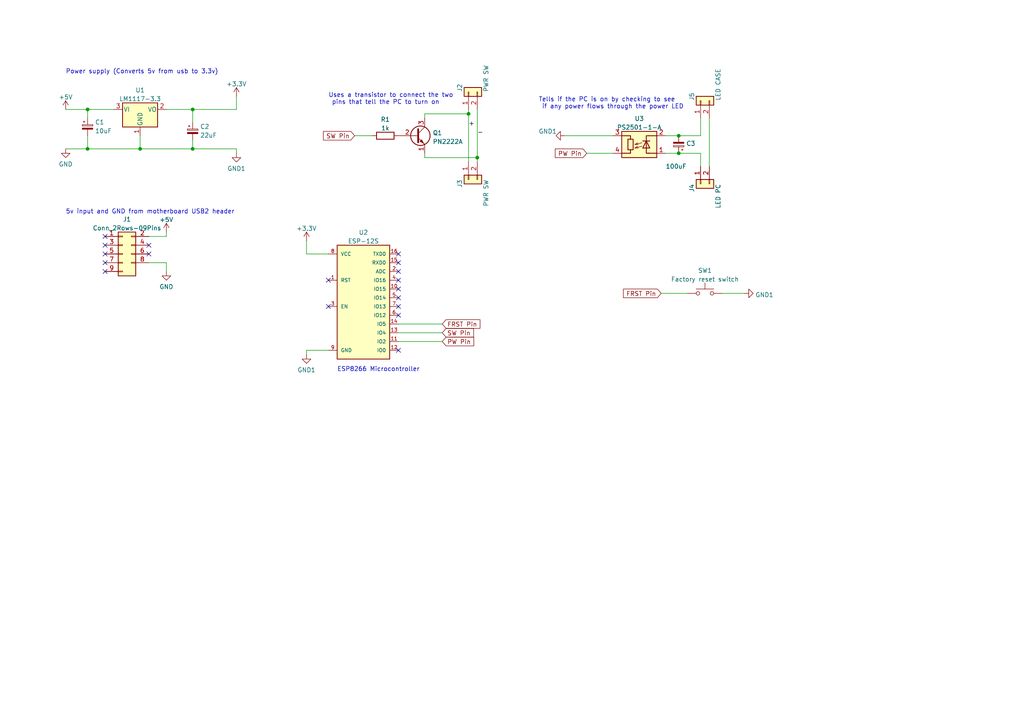
<source format=kicad_sch>
(kicad_sch (version 20211123) (generator eeschema)
  (paper "A4")
  (lib_symbols
    (symbol "Conn_01x02_1" (pin_names (offset 1.016) hide)
      (property "Reference" "J" (at 0 2.54 0))
      (property "Value" "Conn_01x02_1" (at 0 -5.08 0))
      (symbol "Conn_01x02_1_1_1"
        (rectangle (start -1.27 -2.413) (end 0 -2.667) (stroke (width 0.1524)))
        (rectangle (start -1.27 0.127) (end 0 -0.127) (stroke (width 0.1524)))
        (rectangle (start -1.27 1.27) (end 1.27 -3.81) (stroke (width 0.254)) (fill (type background)))
        (pin passive line (at -5.08 0 0) (length 3.81) (name "Pin_1") (number "1"))
        (pin passive line (at -5.08 -2.54 0) (length 3.81) (name "Pin_2") (number "2"))
      )
    )
    (symbol "Connector_Generic:Conn_2Rows-09Pins" (pin_names (offset 1.016) hide)
      (property "Reference" "J1" (at 1.27 10.0498 0))
      (property "Value" "Conn_2Rows-09Pins" (at 1.27 7.5129 0))
      (symbol "Conn_2Rows-09Pins_1_1"
        (rectangle (start -1.27 -4.953) (end 0 -5.207) (stroke (width 0.1524)))
        (rectangle (start -1.27 -2.413) (end 0 -2.667) (stroke (width 0.1524)))
        (rectangle (start -1.27 0.127) (end 0 -0.127) (stroke (width 0.1524)))
        (rectangle (start -1.27 2.667) (end 0 2.413) (stroke (width 0.1524)))
        (rectangle (start -1.27 5.207) (end 0 4.953) (stroke (width 0.1524)))
        (rectangle (start -1.27 6.35) (end 3.81 -6.35) (stroke (width 0.254)) (fill (type background)))
        (rectangle (start 3.81 -2.413) (end 2.54 -2.667) (stroke (width 0.1524)))
        (rectangle (start 3.81 0.127) (end 2.54 -0.127) (stroke (width 0.1524)))
        (rectangle (start 3.81 2.667) (end 2.54 2.413) (stroke (width 0.1524)))
        (rectangle (start 3.81 5.207) (end 2.54 4.953) (stroke (width 0.1524)))
        (pin passive line (at -5.08 5.08 0) (length 3.81) (name "Pin_1") (number "1"))
        (pin power_out line (at 7.62 5.08 180) (length 3.81) (name "Pin_2") (number "2"))
        (pin passive line (at -5.08 2.54 0) (length 3.81) (name "Pin_3") (number "3"))
        (pin passive line (at 7.62 2.54 180) (length 3.81) (name "Pin_4") (number "4"))
        (pin passive line (at -5.08 0 0) (length 3.81) (name "Pin_5") (number "5"))
        (pin passive line (at 7.62 0 180) (length 3.81) (name "Pin_6") (number "6"))
        (pin passive line (at -5.08 -2.54 0) (length 3.81) (name "Pin_7") (number "7"))
        (pin power_in line (at 7.62 -2.54 180) (length 3.81) (name "Pin_8") (number "8"))
        (pin passive line (at -5.08 -5.08 0) (length 3.81) (name "Pin_9") (number "9"))
      )
    )
    (symbol "Device:C_Polarized_Small" (pin_numbers hide) (pin_names (offset 0.254) hide)
      (property "Reference" "C" (at 0.254 1.778 0))
      (property "Value" "C_Polarized_Small" (at 0.254 -2.032 0))
      (symbol "C_Polarized_Small_0_1"
        (rectangle (start -1.524 -0.3048) (end 1.524 -0.6858) (fill (type outline)))
        (rectangle (start -1.524 0.6858) (end 1.524 0.3048))
        (polyline (pts (xy -1.27 1.524) (xy -0.762 1.524)))
        (polyline (pts (xy -1.016 1.27) (xy -1.016 1.778)))
      )
      (symbol "C_Polarized_Small_1_1"
        (pin passive line (at 0 2.54 270) (length 1.8542) (name "~") (number "1"))
        (pin passive line (at 0 -2.54 90) (length 1.8542) (name "~") (number "2"))
      )
    )
    (symbol "Device:R" (pin_numbers hide) (pin_names (offset 0))
      (property "Reference" "R" (at 2.032 0 90))
      (property "Value" "R" (at 0 0 90))
      (symbol "R_0_1"
        (rectangle (start -1.016 -2.54) (end 1.016 2.54) (stroke (width 0.254)))
      )
      (symbol "R_1_1"
        (pin passive line (at 0 3.81 270) (length 1.27) (name "~") (number "1"))
        (pin passive line (at 0 -3.81 90) (length 1.27) (name "~") (number "2"))
      )
    )
    (symbol "ESP-12S:ESP-12S" (pin_names (offset 1.016))
      (property "Reference" "U2" (at 0 21.4798 0))
      (property "Value" "ESP-12S" (at 0 18.9429 0))
      (symbol "ESP-12S_0_0"
        (rectangle (start -7.62 -15.24) (end 7.62 17.78) (stroke (width 0.254)) (fill (type background)))
        (pin bidirectional line (at -10.16 7.62 0) (length 2.54) (name "RST") (number "1"))
        (pin bidirectional line (at 10.16 5.08 180) (length 2.54) (name "IO15") (number "10"))
        (pin bidirectional line (at 10.16 -10.16 180) (length 2.54) (name "IO2") (number "11"))
        (pin bidirectional line (at 10.16 -12.7 180) (length 2.54) (name "IO0") (number "12"))
        (pin bidirectional line (at 10.16 -7.62 180) (length 2.54) (name "IO4") (number "13"))
        (pin bidirectional line (at 10.16 -5.08 180) (length 2.54) (name "IO5") (number "14"))
        (pin bidirectional line (at 10.16 12.7 180) (length 2.54) (name "RXD0") (number "15"))
        (pin bidirectional line (at 10.16 15.24 180) (length 2.54) (name "TXD0") (number "16"))
        (pin bidirectional line (at 10.16 10.16 180) (length 2.54) (name "ADC") (number "2"))
        (pin bidirectional line (at -10.16 0 0) (length 2.54) (name "EN") (number "3"))
        (pin bidirectional line (at 10.16 7.62 180) (length 2.54) (name "IO16") (number "4"))
        (pin bidirectional line (at 10.16 2.54 180) (length 2.54) (name "IO14") (number "5"))
        (pin bidirectional line (at 10.16 -2.54 180) (length 2.54) (name "IO12") (number "6"))
        (pin bidirectional line (at 10.16 0 180) (length 2.54) (name "IO13") (number "7"))
        (pin bidirectional line (at -10.16 15.24 0) (length 2.54) (name "VCC") (number "8"))
        (pin bidirectional line (at -10.16 -12.7 0) (length 2.54) (name "GND") (number "9"))
      )
    )
    (symbol "Isolator:NSL-32" (pin_names (offset 0.762) hide)
      (property "Reference" "U" (at 0 5.08 0))
      (property "Value" "NSL-32" (at 0 -5.08 0))
      (symbol "NSL-32_0_1"
        (rectangle (start -5.08 3.81) (end 5.08 -3.81) (stroke (width 0.254)) (fill (type background)))
        (polyline (pts (xy -5.08 2.54) (xy -2.54 2.54)) (stroke (width 0.254)))
        (polyline (pts (xy -2.794 -2.54) (xy -5.08 -2.54)) (stroke (width 0.254)))
        (polyline (pts (xy -1.016 -1.016) (xy -3.048 -1.016) (xy -3.048 -1.016)) (stroke (width 0.254)))
        (polyline (pts (xy -0.762 -0.508) (xy 1.27 0) (xy 1.27 0)))
        (polyline (pts (xy -0.762 0.508) (xy 1.27 1.016) (xy 1.27 1.016)))
        (polyline (pts (xy 2.54 -1.524) (xy 2.54 -2.54) (xy 5.08 -2.54)) (stroke (width 0.254)))
        (polyline (pts (xy 2.54 1.524) (xy 2.54 2.54) (xy 5.08 2.54)) (stroke (width 0.254)))
        (polyline (pts (xy -2.794 -2.54) (xy -2.032 -2.54) (xy -2.032 2.54) (xy -2.794 2.54)) (stroke (width 0.254)))
        (polyline (pts (xy 0.254 0) (xy 1.27 0) (xy 0.508 -0.508) (xy 0.508 -0.508)))
        (polyline (pts (xy 0.254 1.016) (xy 1.27 1.016) (xy 0.508 0.508) (xy 0.508 0.508)))
        (polyline (pts (xy -1.016 1.016) (xy -3.048 1.016) (xy -2.032 -1.016) (xy -1.016 1.016) (xy -1.016 1.016) (xy -1.016 1.016)) (stroke (width 0.254)))
        (rectangle (start 1.778 1.524) (end 3.302 -1.524) (stroke (width 0.254)))
      )
      (symbol "NSL-32_1_1"
        (pin passive line (at -7.62 2.54 0) (length 2.54) (name "A") (number "1"))
        (pin passive line (at -7.62 -2.54 0) (length 2.54) (name "K") (number "2"))
        (pin passive line (at 7.62 -2.54 180) (length 2.54) (name "R") (number "3"))
        (pin passive line (at 7.62 2.54 180) (length 2.54) (name "R") (number "4"))
      )
    )
    (symbol "Regulator_Linear:LM1117-3.3" (pin_names (offset 0.254))
      (property "Reference" "U" (at -3.81 3.175 0))
      (property "Value" "LM1117-3.3" (at 0 3.175 0))
      (symbol "LM1117-3.3_0_1"
        (rectangle (start -5.08 -5.08) (end 5.08 1.905) (stroke (width 0.254)) (fill (type background)))
      )
      (symbol "LM1117-3.3_1_1"
        (pin power_in line (at 0 -7.62 90) (length 2.54) (name "GND") (number "1"))
        (pin power_out line (at 7.62 0 180) (length 2.54) (name "VO") (number "2"))
        (pin power_in line (at -7.62 0 0) (length 2.54) (name "VI") (number "3"))
      )
    )
    (symbol "Switch:SW_Push" (pin_numbers hide) (pin_names (offset 1.016) hide)
      (property "Reference" "SW" (at 1.27 2.54 0))
      (property "Value" "SW_Push" (at 0 -1.524 0))
      (symbol "SW_Push_0_1"
        (circle (center -2.032 0) (radius 0.508))
        (polyline (pts (xy 0 1.27) (xy 0 3.048)))
        (polyline (pts (xy 2.54 1.27) (xy -2.54 1.27)))
        (circle (center 2.032 0) (radius 0.508))
        (pin passive line (at -5.08 0 0) (length 2.54) (name "1") (number "1"))
        (pin passive line (at 5.08 0 180) (length 2.54) (name "2") (number "2"))
      )
    )
    (symbol "Transistor_BJT:PN2222A" (pin_names (offset 0) hide)
      (property "Reference" "Q" (at 5.08 1.905 0))
      (property "Value" "PN2222A" (at 5.08 0 0))
      (symbol "PN2222A_0_1"
        (polyline (pts (xy 0 0) (xy 0.635 0)))
        (polyline (pts (xy 2.54 -2.54) (xy 0.635 -0.635)))
        (polyline (pts (xy 2.54 2.54) (xy 0.635 0.635)))
        (polyline (pts (xy 0.635 1.905) (xy 0.635 -1.905) (xy 0.635 -1.905)) (stroke (width 0.508)))
        (polyline (pts (xy 2.413 -2.413) (xy 1.905 -1.905) (xy 1.905 -1.905)))
        (polyline (pts (xy 1.143 -1.651) (xy 1.651 -1.143) (xy 2.159 -2.159) (xy 1.143 -1.651) (xy 1.143 -1.651)) (fill (type outline)))
        (circle (center 1.27 0) (radius 2.8194) (stroke (width 0.254)))
      )
      (symbol "PN2222A_1_1"
        (pin passive line (at 2.54 -5.08 90) (length 2.54) (name "E") (number "1"))
        (pin input line (at -5.08 0 0) (length 5.08) (name "B") (number "2"))
        (pin passive line (at 2.54 5.08 270) (length 2.54) (name "C") (number "3"))
      )
    )
    (symbol "power:+3.3V" (power) (pin_names (offset 0))
      (property "Value" "+3.3V" (at 0 3.556 0))
      (symbol "+3.3V_0_1"
        (polyline (pts (xy -0.762 1.27) (xy 0 2.54)))
        (polyline (pts (xy 0 0) (xy 0 2.54)))
        (polyline (pts (xy 0 2.54) (xy 0.762 1.27)))
      )
      (symbol "+3.3V_1_1"
        (pin power_in line (at 0 0 90) (length 0) hide (name "+3.3V") (number "1"))
      )
    )
    (symbol "power:+5V" (power) (pin_names (offset 0))
      (property "Value" "+5V" (at 0 3.556 0))
      (symbol "+5V_0_1"
        (polyline (pts (xy -0.762 1.27) (xy 0 2.54)))
        (polyline (pts (xy 0 0) (xy 0 2.54)))
        (polyline (pts (xy 0 2.54) (xy 0.762 1.27)))
      )
      (symbol "+5V_1_1"
        (pin power_in line (at 0 0 90) (length 0) hide (name "+5V") (number "1"))
      )
    )
    (symbol "power:GND" (power) (pin_names (offset 0))
      (property "Value" "GND" (at 0 -3.81 0))
      (symbol "GND_0_1"
        (polyline (pts (xy 0 0) (xy 0 -1.27) (xy 1.27 -1.27) (xy 0 -2.54) (xy -1.27 -1.27) (xy 0 -1.27)))
      )
      (symbol "GND_1_1"
        (pin power_in line (at 0 0 270) (length 0) hide (name "GND") (number "1"))
      )
    )
    (symbol "power:GND1" (power) (pin_names (offset 0))
      (property "Value" "GND1" (at 0 -3.81 0))
      (symbol "GND1_0_1"
        (polyline (pts (xy 0 0) (xy 0 -1.27) (xy 1.27 -1.27) (xy 0 -2.54) (xy -1.27 -1.27) (xy 0 -1.27)))
      )
      (symbol "GND1_1_1"
        (pin power_in line (at 0 0 270) (length 0) hide (name "GND1") (number "1"))
      )
    )
  )
  (junction (at 40.64 43.18))
  (junction (at 25.4 43.18))
  (junction (at 25.4 31.75))
  (junction (at 135.89 33.02))
  (junction (at 196.85 39.37))
  (junction (at 55.88 43.18))
  (junction (at 196.85 44.45))
  (junction (at 138.43 45.72))
  (junction (at 55.88 31.75))
  (no_connect (at 115.57 91.44))
  (no_connect (at 115.57 101.6))
  (no_connect (at 95.25 88.9))
  (no_connect (at 95.25 81.28))
  (no_connect (at 115.57 88.9))
  (no_connect (at 115.57 86.36))
  (no_connect (at 115.57 78.74))
  (no_connect (at 115.57 81.28))
  (no_connect (at 115.57 76.2))
  (no_connect (at 115.57 73.66))
  (no_connect (at 115.57 83.82))
  (no_connect (at 43.18 71.12))
  (no_connect (at 30.48 78.74))
  (no_connect (at 30.48 76.2))
  (no_connect (at 43.18 73.66))
  (no_connect (at 30.48 73.66))
  (no_connect (at 30.48 71.12))
  (no_connect (at 30.48 68.58))
  (wire (pts (xy 19.05 43.18) (xy 25.4 43.18)))
  (wire (pts (xy 55.88 31.75) (xy 68.58 31.75)))
  (wire (pts (xy 163.83 39.37) (xy 177.8 39.37)))
  (wire (pts (xy 95.25 101.6) (xy 88.9 101.6)))
  (wire (pts (xy 25.4 31.75) (xy 25.4 34.29)))
  (wire (pts (xy 88.9 101.6) (xy 88.9 102.87)))
  (wire (pts (xy 25.4 31.75) (xy 33.02 31.75)))
  (wire (pts (xy 138.43 45.72) (xy 123.19 45.72)))
  (wire (pts (xy 55.88 40.64) (xy 55.88 43.18)))
  (wire (pts (xy 135.89 31.75) (xy 135.89 33.02)))
  (wire (pts (xy 209.55 85.09) (xy 215.9 85.09)))
  (wire (pts (xy 135.89 33.02) (xy 135.89 46.99)))
  (wire (pts (xy 115.57 96.52) (xy 128.27 96.52)))
  (wire (pts (xy 43.18 76.2) (xy 48.26 76.2)))
  (wire (pts (xy 43.18 68.58) (xy 48.26 68.58)))
  (wire (pts (xy 68.58 43.18) (xy 68.58 44.45)))
  (wire (pts (xy 55.88 43.18) (xy 68.58 43.18)))
  (wire (pts (xy 193.04 44.45) (xy 196.85 44.45)))
  (wire (pts (xy 95.25 73.66) (xy 88.9 73.66)))
  (wire (pts (xy 25.4 39.37) (xy 25.4 43.18)))
  (wire (pts (xy 203.2 44.45) (xy 203.2 48.26)))
  (wire (pts (xy 68.58 31.75) (xy 68.58 27.94)))
  (wire (pts (xy 196.85 39.37) (xy 203.2 39.37)))
  (wire (pts (xy 191.77 85.09) (xy 199.39 85.09)))
  (wire (pts (xy 48.26 31.75) (xy 55.88 31.75)))
  (wire (pts (xy 138.43 31.75) (xy 138.43 45.72)))
  (wire (pts (xy 203.2 34.29) (xy 203.2 39.37)))
  (wire (pts (xy 123.19 45.72) (xy 123.19 44.45)))
  (wire (pts (xy 193.04 39.37) (xy 196.85 39.37)))
  (wire (pts (xy 170.18 44.45) (xy 177.8 44.45)))
  (wire (pts (xy 48.26 76.2) (xy 48.26 78.74)))
  (wire (pts (xy 25.4 43.18) (xy 40.64 43.18)))
  (wire (pts (xy 88.9 73.66) (xy 88.9 69.85)))
  (wire (pts (xy 115.57 93.98) (xy 128.27 93.98)))
  (wire (pts (xy 115.57 99.06) (xy 128.27 99.06)))
  (wire (pts (xy 205.74 34.29) (xy 205.74 48.26)))
  (wire (pts (xy 55.88 31.75) (xy 55.88 35.56)))
  (wire (pts (xy 19.05 31.75) (xy 25.4 31.75)))
  (wire (pts (xy 102.87 39.37) (xy 107.95 39.37)))
  (wire (pts (xy 55.88 43.18) (xy 40.64 43.18)))
  (wire (pts (xy 138.43 45.72) (xy 138.43 46.99)))
  (wire (pts (xy 48.26 68.58) (xy 48.26 67.31)))
  (wire (pts (xy 123.19 34.29) (xy 123.19 33.02)))
  (wire (pts (xy 123.19 33.02) (xy 135.89 33.02)))
  (wire (pts (xy 196.85 44.45) (xy 203.2 44.45)))
  (wire (pts (xy 40.64 39.37) (xy 40.64 43.18)))
  (text "5v input and GND from motherboard USB2 header" (at 19.05 62.23 0) (effects (font (size 1.27 1.27)) (justify left bottom)))
  (text "ESP8266 Microcontroller" (at 97.79 107.95 0) (effects (font (size 1.27 1.27)) (justify left bottom)))
  (text "Uses a transistor to connect the two\n pins that tell the PC to turn on" (at 95.25 30.48 0) (effects (font (size 1.27 1.27)) (justify left bottom)))
  (text "Power supply (Converts 5v from usb to 3.3v)" (at 19.05 21.59 0) (effects (font (size 1.27 1.27)) (justify left bottom)))
  (text "Tells if the PC is on by checking to see\n if any power flows through the power LED" (at 156.21 31.75 0) (effects (font (size 1.27 1.27)) (justify left bottom)))
  (label "-" (at 138.43 39.37 0))
  (label "+" (at 135.89 36.83 0))
  (global_label "FRST Pin" (shape input) (at 191.77 85.09 180) (property "Intersheet References" "${INTERSHEET_REFS}" (effects hide)))
  (global_label "PW Pin" (shape input) (at 128.27 99.06 0) (property "Intersheet References" "${INTERSHEET_REFS}" (effects hide)))
  (global_label "PW Pin" (shape input) (at 170.18 44.45 180) (property "Intersheet References" "${INTERSHEET_REFS}" (effects hide)))
  (global_label "SW Pin" (shape input) (at 102.87 39.37 180) (property "Intersheet References" "${INTERSHEET_REFS}" (effects hide)))
  (global_label "SW Pin" (shape input) (at 128.27 96.52 0) (property "Intersheet References" "${INTERSHEET_REFS}" (effects hide)))
  (global_label "FRST Pin" (shape input) (at 128.27 93.98 0) (property "Intersheet References" "${INTERSHEET_REFS}" (effects hide)))
  (symbol (lib_id "ESP-12S:ESP-12S") (at 105.41 88.9 0) (unit 1)
    (property "Reference" "U2" (at 105.41 67.4202 0))
    (property "Value" "ESP-12S" (at 105.41 69.9571 0))
    (property "Footprint" "ESP-12S:ESP-12S" (effects hide))
    (property "PROD_ID" "IC-14115" (effects hide))
  )
  (symbol (lib_id "power:GND1") (at 163.83 39.37 270) (unit 1)
    (property "Reference" "#PWR0109" (effects hide))
    (property "Value" "GND1" (at 156.21 38.1 90) (effects (justify left)))
  )
  (symbol (lib_id "Transistor_BJT:PN2222A") (at 120.65 39.37 0) (unit 1)
    (property "Reference" "Q1" (at 125.5014 38.5353 0) (effects (justify left)))
    (property "Value" "PN2222A" (at 125.5014 41.0722 0) (effects (justify left)))
    (property "Footprint" "Package_TO_SOT_THT:TO-92_Inline" (effects hide))
    (property "Datasheet" "https://www.onsemi.com/pub/Collateral/PN2222-D.PDF" (effects hide))
  )
  (symbol (lib_id "Device:R") (at 111.76 39.37 90) (unit 1)
    (property "Reference" "R1" (at 111.76 34.6542 90))
    (property "Value" "1k" (at 111.76 37.1911 90))
    (property "Footprint" "Resistor_THT:R_Axial_DIN0207_L6.3mm_D2.5mm_P10.16mm_Horizontal" (effects hide))
  )
  (symbol (lib_id "power:+3.3V") (at 68.58 27.94 0) (unit 1)
    (property "Reference" "#PWR0101" (effects hide))
    (property "Value" "+3.3V" (at 68.58 24.3642 0))
  )
  (symbol (lib_name "Conn_01x02_1") (lib_id "Connector_Generic:Conn_01x02") (at 135.89 26.67 90) (unit 1)
    (property "Reference" "J2" (at 133.35 26.67 0) (effects (justify left)))
    (property "Value" "PWR SW" (at 140.97 26.67 0) (effects (justify left)))
    (property "Footprint" "Connector_PinHeader_2.54mm:PinHeader_1x02_P2.54mm_Horizontal" (effects hide))
  )
  (symbol (lib_id "power:GND1") (at 68.58 44.45 0) (unit 1)
    (property "Reference" "#PWR0104" (effects hide))
    (property "Value" "GND1" (at 68.58 48.8934 0))
  )
  (symbol (lib_id "Connector_Generic:Conn_2Rows-09Pins") (at 35.56 73.66 0) (unit 1)
    (property "Reference" "J1" (at 36.83 63.6102 0))
    (property "Value" "Conn_2Rows-09Pins" (at 36.83 66.1471 0))
    (property "Footprint" "Connector_PinSocket_2.54mm:PinSocket_2x05_P2.54mm_Horizontal" (effects hide))
  )
  (symbol (lib_name "Conn_01x02_1") (lib_id "Connector_Generic:Conn_01x02") (at 203.2 29.21 90) (unit 1)
    (property "Reference" "J5" (at 200.66 29.21 0) (effects (justify left)))
    (property "Value" "LED CASE" (at 208.28 29.21 0) (effects (justify left)))
    (property "Footprint" "Connector_PinHeader_2.54mm:PinHeader_1x02_P2.54mm_Horizontal" (effects hide))
  )
  (symbol (lib_id "power:+5V") (at 48.26 67.31 0) (unit 1)
    (property "Reference" "#PWR0107" (effects hide))
    (property "Value" "+5V" (at 48.26 63.7342 0))
  )
  (symbol (lib_id "power:GND") (at 48.26 78.74 0) (unit 1)
    (property "Reference" "#PWR0108" (effects hide))
    (property "Value" "GND" (at 48.26 83.1834 0))
  )
  (symbol (lib_id "Device:C_Polarized_Small") (at 25.4 36.83 0) (unit 1)
    (property "Reference" "C1" (at 27.559 35.4492 0) (effects (justify left)))
    (property "Value" "10uF" (at 27.559 37.9861 0) (effects (justify left)))
    (property "Footprint" "Capacitor_THT:CP_Radial_D5.0mm_P2.50mm" (effects hide))
  )
  (symbol (lib_id "Device:C_Polarized_Small") (at 55.88 38.1 0) (unit 1)
    (property "Reference" "C2" (at 58.039 36.7192 0) (effects (justify left)))
    (property "Value" "22uF" (at 58.039 39.2561 0) (effects (justify left)))
    (property "Footprint" "Capacitor_THT:CP_Radial_D5.0mm_P2.50mm" (effects hide))
  )
  (symbol (lib_name "Conn_01x02_1") (lib_id "Connector_Generic:Conn_01x02") (at 203.2 53.34 90) (mirror x) (unit 1)
    (property "Reference" "J4" (at 200.66 53.34 0) (effects (justify left)))
    (property "Value" "LED PC" (at 208.28 53.34 0) (effects (justify left)))
    (property "Footprint" "Connector_PinHeader_2.54mm:PinHeader_1x02_P2.54mm_Horizontal" (effects hide))
  )
  (symbol (lib_id "Switch:SW_Push") (at 204.47 85.09 0) (unit 1)
    (property "Reference" "SW1" (at 204.47 78.4692 0))
    (property "Value" "Factory reset switch" (at 204.47 81.0061 0))
    (property "Footprint" "Button_Switch_THT:SW_PUSH_6mm" (effects hide))
  )
  (symbol (lib_id "Device:C_Polarized_Small") (at 196.85 41.91 180) (unit 1)
    (property "Reference" "C3" (at 199.009 41.6214 0) (effects (justify right)))
    (property "Value" "100uF" (at 193.04 48.26 0) (effects (justify right)))
    (property "Footprint" "Capacitor_THT:CP_Radial_D5.0mm_P2.50mm" (effects hide))
  )
  (symbol (lib_id "power:GND1") (at 215.9 85.09 90) (unit 1)
    (property "Reference" "#PWR0110" (effects hide))
    (property "Value" "GND1" (at 219.075 85.5238 90) (effects (justify right)))
  )
  (symbol (lib_name "Conn_01x02_1") (lib_id "Connector_Generic:Conn_01x02") (at 135.89 52.07 90) (mirror x) (unit 1)
    (property "Reference" "J3" (at 133.35 52.07 0) (effects (justify left)))
    (property "Value" "PWR SW" (at 140.97 52.07 0) (effects (justify left)))
    (property "Footprint" "Connector_PinHeader_2.54mm:PinHeader_1x02_P2.54mm_Horizontal" (effects hide))
  )
  (symbol (lib_id "power:GND") (at 19.05 43.18 0) (unit 1)
    (property "Reference" "#PWR0103" (effects hide))
    (property "Value" "GND" (at 19.05 47.6234 0))
  )
  (symbol (lib_id "Regulator_Linear:LM1117-3.3") (at 40.64 31.75 0) (unit 1)
    (property "Reference" "U1" (at 40.64 26.1452 0))
    (property "Value" "LM1117-3.3" (at 40.64 28.6821 0))
    (property "Footprint" "Package_TO_SOT_THT:TO-220-3_Vertical" (effects hide))
    (property "Datasheet" "http://www.ti.com/lit/ds/symlink/lm1117.pdf" (effects hide))
  )
  (symbol (lib_id "power:+3.3V") (at 88.9 69.85 0) (unit 1)
    (property "Reference" "#PWR0105" (effects hide))
    (property "Value" "+3.3V" (at 88.9 66.2742 0))
  )
  (symbol (lib_id "power:GND1") (at 88.9 102.87 0) (unit 1)
    (property "Reference" "#PWR0106" (effects hide))
    (property "Value" "GND1" (at 88.9 107.3134 0))
  )
  (symbol (lib_id "Isolator:NSL-32") (at 185.42 41.91 180) (unit 1)
    (property "Reference" "U3" (at 185.42 34.4002 0))
    (property "Value" "PS2501-1-A" (at 185.42 36.9371 0))
    (property "Footprint" "Package_DIP:DIP-4_W7.62mm" (effects hide))
    (property "Datasheet" "http://lunainc.com/wp-content/uploads/2016/06/NSL-32.pdf" (effects hide))
  )
  (symbol (lib_id "power:+5V") (at 19.05 31.75 0) (unit 1)
    (property "Reference" "#PWR0102" (effects hide))
    (property "Value" "+5V" (at 19.05 28.1742 0))
  )
)
</source>
